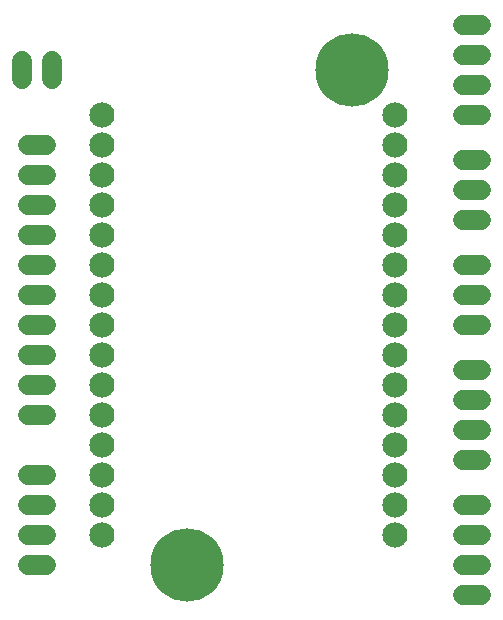
<source format=gbr>
G04 EAGLE Gerber RS-274X export*
G75*
%MOMM*%
%FSLAX34Y34*%
%LPD*%
%INSoldermask Top*%
%IPPOS*%
%AMOC8*
5,1,8,0,0,1.08239X$1,22.5*%
G01*
%ADD10C,2.133600*%
%ADD11C,1.727200*%
%ADD12C,6.203188*%


D10*
X588500Y660500D03*
X588500Y635100D03*
X588500Y609700D03*
X588500Y584300D03*
X588500Y558900D03*
X588500Y533500D03*
X588500Y508100D03*
X588500Y482700D03*
X588500Y457300D03*
X588500Y431900D03*
X588500Y406500D03*
X588500Y381100D03*
X588500Y355700D03*
X588500Y330300D03*
X588500Y304900D03*
X836200Y660500D03*
X836200Y635100D03*
X836200Y609700D03*
X836200Y584300D03*
X836200Y558900D03*
X836200Y533500D03*
X836200Y508100D03*
X836200Y482700D03*
X836200Y457300D03*
X836200Y431900D03*
X836200Y406500D03*
X836200Y381100D03*
X836200Y355700D03*
X836200Y330300D03*
X836200Y304900D03*
D11*
X541020Y406400D02*
X525780Y406400D01*
X525780Y431800D02*
X541020Y431800D01*
X541020Y457200D02*
X525780Y457200D01*
X525780Y584200D02*
X541020Y584200D01*
X541020Y609600D02*
X525780Y609600D01*
X525780Y635000D02*
X541020Y635000D01*
X541020Y482600D02*
X525780Y482600D01*
X525780Y508000D02*
X541020Y508000D01*
X541020Y558800D02*
X525780Y558800D01*
X525780Y533400D02*
X541020Y533400D01*
X541020Y279400D02*
X525780Y279400D01*
X525780Y304800D02*
X541020Y304800D01*
X541020Y330200D02*
X525780Y330200D01*
X525780Y355600D02*
X541020Y355600D01*
X894080Y330200D02*
X909320Y330200D01*
X909320Y304800D02*
X894080Y304800D01*
X894080Y279400D02*
X909320Y279400D01*
X909320Y254000D02*
X894080Y254000D01*
X894080Y444500D02*
X909320Y444500D01*
X909320Y419100D02*
X894080Y419100D01*
X894080Y393700D02*
X909320Y393700D01*
X909320Y368300D02*
X894080Y368300D01*
X894080Y736600D02*
X909320Y736600D01*
X909320Y711200D02*
X894080Y711200D01*
X894080Y685800D02*
X909320Y685800D01*
X909320Y660400D02*
X894080Y660400D01*
X894080Y533400D02*
X909320Y533400D01*
X909320Y508000D02*
X894080Y508000D01*
X894080Y482600D02*
X909320Y482600D01*
X909320Y622300D02*
X894080Y622300D01*
X894080Y596900D02*
X909320Y596900D01*
X909320Y571500D02*
X894080Y571500D01*
X520700Y690880D02*
X520700Y706120D01*
X546100Y706120D02*
X546100Y690880D01*
D12*
X800100Y698500D03*
X660400Y279400D03*
M02*

</source>
